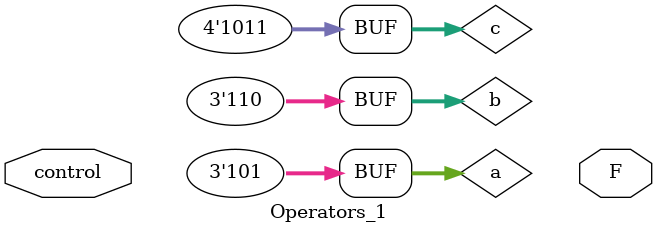
<source format=v>

    
//    assign F1 = cable1;
//    assign F2 = cable2;
    
//    assign c = cable1 & cable2;
//    assign c = F1 | F2; 
        
//endmodule







////EXAMPLE 2 *********************************************************************

//module Operators_1(
//    input control,
//    output F
//    );
   
//    assign F = (control == 1'b0) ? 1 : 0;  
////control eger 0 ise bu degere,
//// F'e 1'i ata, eger degil ise 0'i ata demek.
////Inverter gibi sentezlennmis
////eger ki b1 olsaydi buffer gibi davranmis olurdu

//endmodule 



//EXAMPLE 3- REPLICATION OPERATOR (KLONLAMA, KOPYALAMA) *************************************

module Operators_1(
    input wire control,
    output wire F
    );
    
    reg [2:0] a = 3'b101;
    reg [2:0] b = 3'h6;
    reg [3:0] c;
    
    always @(a,b) begin
    c=a+b;
    end
    
endmodule

</source>
